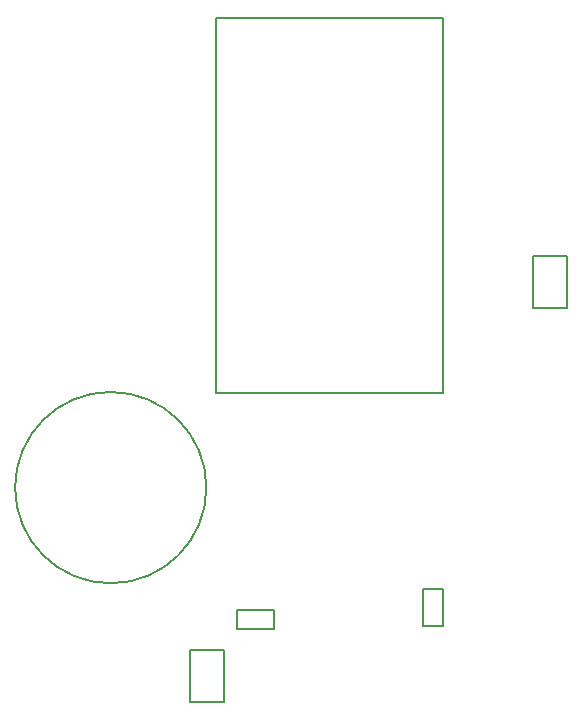
<source format=gbr>
%TF.GenerationSoftware,Altium Limited,Altium Designer,22.1.2 (22)*%
G04 Layer_Color=32768*
%FSLAX45Y45*%
%MOMM*%
%TF.SameCoordinates,487542E7-F005-4C77-86B1-A0AEE8F943D7*%
%TF.FilePolarity,Positive*%
%TF.FileFunction,Other,Top_Courtyard*%
%TF.Part,Single*%
G01*
G75*
%TA.AperFunction,NonConductor*%
%ADD46C,0.20000*%
D46*
X8582400Y4953000D02*
G03*
X6962400Y4953000I-810000J0D01*
G01*
D02*
G03*
X8582400Y4953000I810000J0D01*
G01*
X8665700Y8925100D02*
X10585700D01*
Y5755100D02*
Y8925100D01*
X8665700Y5755100D02*
X10585700D01*
X8665700D02*
Y8925100D01*
X11348500Y6472900D02*
Y6912900D01*
X11638500D01*
Y6472900D02*
Y6912900D01*
X11348500Y6472900D02*
X11638500D01*
X8440200Y3140600D02*
Y3580600D01*
X8730200D01*
Y3140600D02*
Y3580600D01*
X8440200Y3140600D02*
X8730200D01*
X10420400Y3782000D02*
X10585400D01*
Y4092000D01*
X10420400D02*
X10585400D01*
X10420400Y3782000D02*
Y4092000D01*
X8840700Y3752900D02*
Y3917900D01*
Y3752900D02*
X9150700D01*
Y3917900D01*
X8840700D02*
X9150700D01*
%TF.MD5,cd0b1e190b6d127f816cbdc725e2ac19*%
M02*

</source>
